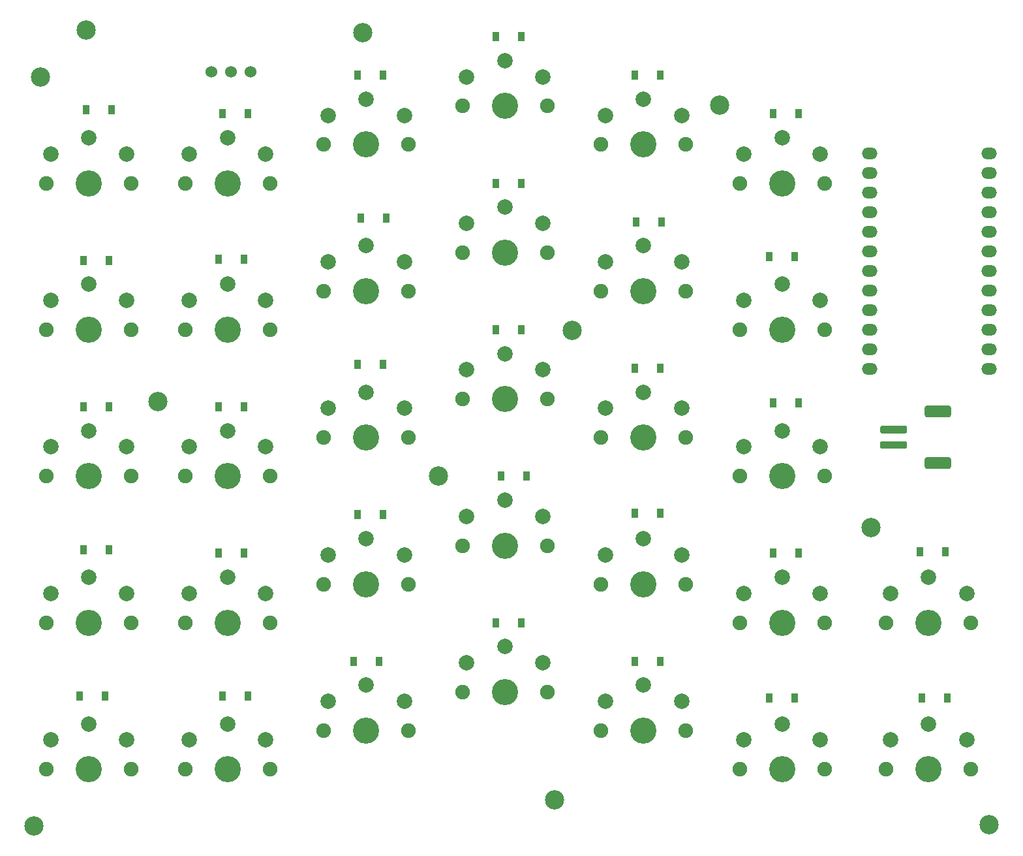
<source format=gbr>
%TF.GenerationSoftware,KiCad,Pcbnew,(5.1.7-0-10_14)*%
%TF.CreationDate,2022-11-13T20:21:01-08:00*%
%TF.ProjectId,swing-atreus-r,7377696e-672d-4617-9472-6575732d722e,rev?*%
%TF.SameCoordinates,Original*%
%TF.FileFunction,Soldermask,Top*%
%TF.FilePolarity,Negative*%
%FSLAX46Y46*%
G04 Gerber Fmt 4.6, Leading zero omitted, Abs format (unit mm)*
G04 Created by KiCad (PCBNEW (5.1.7-0-10_14)) date 2022-11-13 20:21:01*
%MOMM*%
%LPD*%
G01*
G04 APERTURE LIST*
%ADD10C,2.500000*%
%ADD11O,2.000000X1.500000*%
%ADD12C,2.000000*%
%ADD13C,1.900000*%
%ADD14C,3.400000*%
%ADD15R,0.900000X1.200000*%
%ADD16C,1.524000*%
G04 APERTURE END LIST*
D10*
%TO.C,REF\u002A\u002A*%
X110550000Y-64000000D03*
%TD*%
%TO.C,REF\u002A\u002A*%
X56800000Y-73250000D03*
%TD*%
%TO.C,REF\u002A\u002A*%
X93150000Y-82900000D03*
%TD*%
%TO.C,REF\u002A\u002A*%
X40700000Y-128250000D03*
%TD*%
%TO.C,REF\u002A\u002A*%
X108250000Y-124900000D03*
%TD*%
%TO.C,REF\u002A\u002A*%
X164650000Y-128050000D03*
%TD*%
%TO.C,REF\u002A\u002A*%
X149350000Y-89550000D03*
%TD*%
%TO.C,REF\u002A\u002A*%
X129650000Y-34750000D03*
%TD*%
%TO.C,REF\u002A\u002A*%
X83350000Y-25350000D03*
%TD*%
%TO.C,REF\u002A\u002A*%
X41550000Y-31100000D03*
%TD*%
%TO.C,REF\u002A\u002A*%
X47500000Y-25000000D03*
%TD*%
D11*
%TO.C,U1*%
X164650000Y-41030000D03*
X149150000Y-41030000D03*
X164650000Y-43570000D03*
X149150000Y-43570000D03*
X164650000Y-46110000D03*
X149150000Y-46110000D03*
X164650000Y-48650000D03*
X149150000Y-48650000D03*
X164650000Y-51190000D03*
X149150000Y-51190000D03*
X164650000Y-53730000D03*
X149150000Y-53730000D03*
X164650000Y-56270000D03*
X149150000Y-56270000D03*
X164650000Y-58810000D03*
X149150000Y-58810000D03*
X164650000Y-61350000D03*
X149150000Y-61350000D03*
X164650000Y-63890000D03*
X149150000Y-63890000D03*
X164650000Y-66430000D03*
X149150000Y-66430000D03*
X164650000Y-68970000D03*
X149150000Y-68970000D03*
%TD*%
D12*
%TO.C,SW4*%
X42850000Y-60100000D03*
X52750000Y-60100000D03*
X47800000Y-58000000D03*
D13*
X42300000Y-63900000D03*
X53300000Y-63900000D03*
D14*
X47800000Y-63900000D03*
%TD*%
D15*
%TO.C,D1*%
X50800000Y-35400000D03*
X47500000Y-35400000D03*
%TD*%
%TO.C,D2*%
X50450000Y-54900000D03*
X47150000Y-54900000D03*
%TD*%
%TO.C,D3*%
X50450000Y-73900000D03*
X47150000Y-73900000D03*
%TD*%
%TO.C,D4*%
X47150000Y-92400000D03*
X50450000Y-92400000D03*
%TD*%
%TO.C,D5*%
X46650000Y-111400000D03*
X49950000Y-111400000D03*
%TD*%
%TO.C,D6*%
X68450000Y-35900000D03*
X65150000Y-35900000D03*
%TD*%
%TO.C,D7*%
X67950000Y-54800000D03*
X64650000Y-54800000D03*
%TD*%
%TO.C,D8*%
X67950000Y-73900000D03*
X64650000Y-73900000D03*
%TD*%
%TO.C,D9*%
X64650000Y-92900000D03*
X67950000Y-92900000D03*
%TD*%
%TO.C,D10*%
X65150000Y-111400000D03*
X68450000Y-111400000D03*
%TD*%
%TO.C,D11*%
X85950000Y-30900000D03*
X82650000Y-30900000D03*
%TD*%
%TO.C,D12*%
X86450000Y-49400000D03*
X83150000Y-49400000D03*
%TD*%
%TO.C,D13*%
X85950000Y-68400000D03*
X82650000Y-68400000D03*
%TD*%
%TO.C,D14*%
X82650000Y-87900000D03*
X85950000Y-87900000D03*
%TD*%
%TO.C,D15*%
X82150000Y-106900000D03*
X85450000Y-106900000D03*
%TD*%
%TO.C,D16*%
X103950000Y-25900000D03*
X100650000Y-25900000D03*
%TD*%
%TO.C,D17*%
X103950000Y-44900000D03*
X100650000Y-44900000D03*
%TD*%
%TO.C,D18*%
X100650000Y-63900000D03*
X103950000Y-63900000D03*
%TD*%
%TO.C,D19*%
X101300000Y-82900000D03*
X104600000Y-82900000D03*
%TD*%
%TO.C,D20*%
X100650000Y-101900000D03*
X103950000Y-101900000D03*
%TD*%
%TO.C,D21*%
X121950000Y-30900000D03*
X118650000Y-30900000D03*
%TD*%
%TO.C,D22*%
X122100000Y-49900000D03*
X118800000Y-49900000D03*
%TD*%
%TO.C,D23*%
X121950000Y-68900000D03*
X118650000Y-68900000D03*
%TD*%
%TO.C,D24*%
X118650000Y-87700000D03*
X121950000Y-87700000D03*
%TD*%
%TO.C,D25*%
X118650000Y-106900000D03*
X121950000Y-106900000D03*
%TD*%
%TO.C,D26*%
X139950000Y-35900000D03*
X136650000Y-35900000D03*
%TD*%
%TO.C,D27*%
X139450000Y-54400000D03*
X136150000Y-54400000D03*
%TD*%
%TO.C,D28*%
X136650000Y-73400000D03*
X139950000Y-73400000D03*
%TD*%
%TO.C,D29*%
X136650000Y-92900000D03*
X139950000Y-92900000D03*
%TD*%
%TO.C,D30*%
X136150000Y-111650000D03*
X139450000Y-111650000D03*
%TD*%
%TO.C,D31*%
X155650000Y-92650000D03*
X158950000Y-92650000D03*
%TD*%
%TO.C,D32*%
X155900000Y-111650000D03*
X159200000Y-111650000D03*
%TD*%
D16*
%TO.C,SW1*%
X68786000Y-30456000D03*
X66246000Y-30456000D03*
X63706000Y-30456000D03*
%TD*%
D14*
%TO.C,SW3*%
X47800000Y-44900000D03*
D13*
X53300000Y-44900000D03*
X42300000Y-44900000D03*
D12*
X47800000Y-39000000D03*
X52750000Y-41100000D03*
X42850000Y-41100000D03*
%TD*%
%TO.C,SW5*%
X42850000Y-79100000D03*
X52750000Y-79100000D03*
X47800000Y-77000000D03*
D13*
X42300000Y-82900000D03*
X53300000Y-82900000D03*
D14*
X47800000Y-82900000D03*
%TD*%
%TO.C,SW6*%
X47800000Y-101900000D03*
D13*
X53300000Y-101900000D03*
X42300000Y-101900000D03*
D12*
X47800000Y-96000000D03*
X52750000Y-98100000D03*
X42850000Y-98100000D03*
%TD*%
D14*
%TO.C,SW7*%
X47800000Y-120900000D03*
D13*
X53300000Y-120900000D03*
X42300000Y-120900000D03*
D12*
X47800000Y-115000000D03*
X52750000Y-117100000D03*
X42850000Y-117100000D03*
%TD*%
%TO.C,SW8*%
X60850000Y-41100000D03*
X70750000Y-41100000D03*
X65800000Y-39000000D03*
D13*
X60300000Y-44900000D03*
X71300000Y-44900000D03*
D14*
X65800000Y-44900000D03*
%TD*%
D12*
%TO.C,SW9*%
X60850000Y-60100000D03*
X70750000Y-60100000D03*
X65800000Y-58000000D03*
D13*
X60300000Y-63900000D03*
X71300000Y-63900000D03*
D14*
X65800000Y-63900000D03*
%TD*%
D12*
%TO.C,SW10*%
X60850000Y-79100000D03*
X70750000Y-79100000D03*
X65800000Y-77000000D03*
D13*
X60300000Y-82900000D03*
X71300000Y-82900000D03*
D14*
X65800000Y-82900000D03*
%TD*%
%TO.C,SW11*%
X65800000Y-101900000D03*
D13*
X71300000Y-101900000D03*
X60300000Y-101900000D03*
D12*
X65800000Y-96000000D03*
X70750000Y-98100000D03*
X60850000Y-98100000D03*
%TD*%
D14*
%TO.C,SW12*%
X65800000Y-120900000D03*
D13*
X71300000Y-120900000D03*
X60300000Y-120900000D03*
D12*
X65800000Y-115000000D03*
X70750000Y-117100000D03*
X60850000Y-117100000D03*
%TD*%
%TO.C,SW13*%
X78850000Y-36100000D03*
X88750000Y-36100000D03*
X83800000Y-34000000D03*
D13*
X78300000Y-39900000D03*
X89300000Y-39900000D03*
D14*
X83800000Y-39900000D03*
%TD*%
D12*
%TO.C,SW14*%
X78850000Y-55100000D03*
X88750000Y-55100000D03*
X83800000Y-53000000D03*
D13*
X78300000Y-58900000D03*
X89300000Y-58900000D03*
D14*
X83800000Y-58900000D03*
%TD*%
D12*
%TO.C,SW15*%
X78850000Y-74100000D03*
X88750000Y-74100000D03*
X83800000Y-72000000D03*
D13*
X78300000Y-77900000D03*
X89300000Y-77900000D03*
D14*
X83800000Y-77900000D03*
%TD*%
%TO.C,SW16*%
X83800000Y-96900000D03*
D13*
X89300000Y-96900000D03*
X78300000Y-96900000D03*
D12*
X83800000Y-91000000D03*
X88750000Y-93100000D03*
X78850000Y-93100000D03*
%TD*%
D14*
%TO.C,SW17*%
X83800000Y-115900000D03*
D13*
X89300000Y-115900000D03*
X78300000Y-115900000D03*
D12*
X83800000Y-110000000D03*
X88750000Y-112100000D03*
X78850000Y-112100000D03*
%TD*%
%TO.C,SW18*%
X96850000Y-31100000D03*
X106750000Y-31100000D03*
X101800000Y-29000000D03*
D13*
X96300000Y-34900000D03*
X107300000Y-34900000D03*
D14*
X101800000Y-34900000D03*
%TD*%
D12*
%TO.C,SW19*%
X96850000Y-50100000D03*
X106750000Y-50100000D03*
X101800000Y-48000000D03*
D13*
X96300000Y-53900000D03*
X107300000Y-53900000D03*
D14*
X101800000Y-53900000D03*
%TD*%
D12*
%TO.C,SW20*%
X96850000Y-69100000D03*
X106750000Y-69100000D03*
X101800000Y-67000000D03*
D13*
X96300000Y-72900000D03*
X107300000Y-72900000D03*
D14*
X101800000Y-72900000D03*
%TD*%
%TO.C,SW21*%
X101800000Y-91900000D03*
D13*
X107300000Y-91900000D03*
X96300000Y-91900000D03*
D12*
X101800000Y-86000000D03*
X106750000Y-88100000D03*
X96850000Y-88100000D03*
%TD*%
D14*
%TO.C,SW22*%
X101800000Y-110900000D03*
D13*
X107300000Y-110900000D03*
X96300000Y-110900000D03*
D12*
X101800000Y-105000000D03*
X106750000Y-107100000D03*
X96850000Y-107100000D03*
%TD*%
%TO.C,SW23*%
X114850000Y-36100000D03*
X124750000Y-36100000D03*
X119800000Y-34000000D03*
D13*
X114300000Y-39900000D03*
X125300000Y-39900000D03*
D14*
X119800000Y-39900000D03*
%TD*%
D12*
%TO.C,SW24*%
X114850000Y-55100000D03*
X124750000Y-55100000D03*
X119800000Y-53000000D03*
D13*
X114300000Y-58900000D03*
X125300000Y-58900000D03*
D14*
X119800000Y-58900000D03*
%TD*%
D12*
%TO.C,SW25*%
X114850000Y-74100000D03*
X124750000Y-74100000D03*
X119800000Y-72000000D03*
D13*
X114300000Y-77900000D03*
X125300000Y-77900000D03*
D14*
X119800000Y-77900000D03*
%TD*%
%TO.C,SW26*%
X119800000Y-96900000D03*
D13*
X125300000Y-96900000D03*
X114300000Y-96900000D03*
D12*
X119800000Y-91000000D03*
X124750000Y-93100000D03*
X114850000Y-93100000D03*
%TD*%
D14*
%TO.C,SW27*%
X119800000Y-115900000D03*
D13*
X125300000Y-115900000D03*
X114300000Y-115900000D03*
D12*
X119800000Y-110000000D03*
X124750000Y-112100000D03*
X114850000Y-112100000D03*
%TD*%
%TO.C,SW28*%
X132850000Y-41100000D03*
X142750000Y-41100000D03*
X137800000Y-39000000D03*
D13*
X132300000Y-44900000D03*
X143300000Y-44900000D03*
D14*
X137800000Y-44900000D03*
%TD*%
D12*
%TO.C,SW29*%
X132850000Y-60100000D03*
X142750000Y-60100000D03*
X137800000Y-58000000D03*
D13*
X132300000Y-63900000D03*
X143300000Y-63900000D03*
D14*
X137800000Y-63900000D03*
%TD*%
%TO.C,SW30*%
X137800000Y-82900000D03*
D13*
X143300000Y-82900000D03*
X132300000Y-82900000D03*
D12*
X137800000Y-77000000D03*
X142750000Y-79100000D03*
X132850000Y-79100000D03*
%TD*%
D14*
%TO.C,SW31*%
X137800000Y-101900000D03*
D13*
X143300000Y-101900000D03*
X132300000Y-101900000D03*
D12*
X137800000Y-96000000D03*
X142750000Y-98100000D03*
X132850000Y-98100000D03*
%TD*%
D14*
%TO.C,SW32*%
X137800000Y-120900000D03*
D13*
X143300000Y-120900000D03*
X132300000Y-120900000D03*
D12*
X137800000Y-115000000D03*
X142750000Y-117100000D03*
X132850000Y-117100000D03*
%TD*%
D14*
%TO.C,SW33*%
X156800000Y-101900000D03*
D13*
X162300000Y-101900000D03*
X151300000Y-101900000D03*
D12*
X156800000Y-96000000D03*
X161750000Y-98100000D03*
X151850000Y-98100000D03*
%TD*%
D14*
%TO.C,SW34*%
X156800000Y-120900000D03*
D13*
X162300000Y-120900000D03*
X151300000Y-120900000D03*
D12*
X156800000Y-115000000D03*
X161750000Y-117100000D03*
X151850000Y-117100000D03*
%TD*%
%TO.C,J1*%
G36*
G01*
X159450000Y-75250000D02*
X156550000Y-75250000D01*
G75*
G02*
X156300000Y-75000000I0J250000D01*
G01*
X156300000Y-74000000D01*
G75*
G02*
X156550000Y-73750000I250000J0D01*
G01*
X159450000Y-73750000D01*
G75*
G02*
X159700000Y-74000000I0J-250000D01*
G01*
X159700000Y-75000000D01*
G75*
G02*
X159450000Y-75250000I-250000J0D01*
G01*
G37*
G36*
G01*
X159450000Y-81950000D02*
X156550000Y-81950000D01*
G75*
G02*
X156300000Y-81700000I0J250000D01*
G01*
X156300000Y-80700000D01*
G75*
G02*
X156550000Y-80450000I250000J0D01*
G01*
X159450000Y-80450000D01*
G75*
G02*
X159700000Y-80700000I0J-250000D01*
G01*
X159700000Y-81700000D01*
G75*
G02*
X159450000Y-81950000I-250000J0D01*
G01*
G37*
G36*
G01*
X153750000Y-77350000D02*
X150750000Y-77350000D01*
G75*
G02*
X150500000Y-77100000I0J250000D01*
G01*
X150500000Y-76600000D01*
G75*
G02*
X150750000Y-76350000I250000J0D01*
G01*
X153750000Y-76350000D01*
G75*
G02*
X154000000Y-76600000I0J-250000D01*
G01*
X154000000Y-77100000D01*
G75*
G02*
X153750000Y-77350000I-250000J0D01*
G01*
G37*
G36*
G01*
X153750000Y-79350000D02*
X150750000Y-79350000D01*
G75*
G02*
X150500000Y-79100000I0J250000D01*
G01*
X150500000Y-78600000D01*
G75*
G02*
X150750000Y-78350000I250000J0D01*
G01*
X153750000Y-78350000D01*
G75*
G02*
X154000000Y-78600000I0J-250000D01*
G01*
X154000000Y-79100000D01*
G75*
G02*
X153750000Y-79350000I-250000J0D01*
G01*
G37*
%TD*%
M02*

</source>
